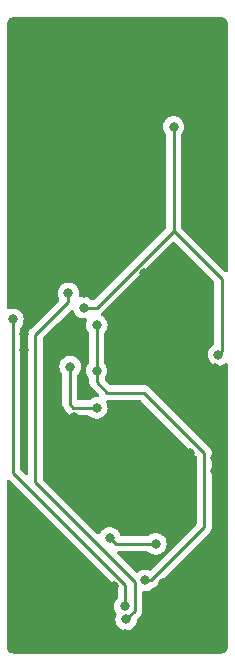
<source format=gbr>
%TF.GenerationSoftware,KiCad,Pcbnew,(6.0.7-1)-1*%
%TF.CreationDate,2022-09-21T15:36:28+10:00*%
%TF.ProjectId,open_jip,6f70656e-5f6a-4697-902e-6b696361645f,rev?*%
%TF.SameCoordinates,Original*%
%TF.FileFunction,Copper,L2,Bot*%
%TF.FilePolarity,Positive*%
%FSLAX46Y46*%
G04 Gerber Fmt 4.6, Leading zero omitted, Abs format (unit mm)*
G04 Created by KiCad (PCBNEW (6.0.7-1)-1) date 2022-09-21 15:36:28*
%MOMM*%
%LPD*%
G01*
G04 APERTURE LIST*
%TA.AperFunction,ViaPad*%
%ADD10C,0.800000*%
%TD*%
%TA.AperFunction,Conductor*%
%ADD11C,0.250000*%
%TD*%
G04 APERTURE END LIST*
D10*
%TO.N,GND*%
X98600000Y-95700000D03*
X109900000Y-105800000D03*
X110300000Y-92000000D03*
X113900000Y-107600000D03*
X110600000Y-106700000D03*
X111600000Y-81600000D03*
X111800000Y-110100000D03*
X111800000Y-107200000D03*
X109100000Y-79600000D03*
X97700000Y-98500000D03*
X102800000Y-93700000D03*
X110400000Y-78000000D03*
X112800000Y-101100000D03*
X107137500Y-94312500D03*
X105366192Y-118494799D03*
X111800000Y-108100000D03*
X106300000Y-122500000D03*
X109100000Y-92000000D03*
X103800000Y-91600000D03*
X102000000Y-104200000D03*
X97700000Y-97100000D03*
X100300000Y-98500000D03*
X109100000Y-81600000D03*
X100800000Y-103600000D03*
X109100000Y-78000000D03*
X101300000Y-118500000D03*
X112800000Y-100000000D03*
X105200000Y-122500000D03*
X113900000Y-100000000D03*
X100300000Y-100800000D03*
X113900000Y-108700000D03*
X107900000Y-92000000D03*
X109300000Y-106700000D03*
X109500000Y-118200000D03*
X113900000Y-101100000D03*
X108137500Y-94312500D03*
X100300000Y-99600000D03*
X102800000Y-92500000D03*
X113200000Y-106000000D03*
X102000000Y-105300000D03*
X101800000Y-91600000D03*
X111800000Y-109100000D03*
%TO.N,+3.3V*%
X110400000Y-79600000D03*
X101650000Y-99900000D03*
X103900000Y-103400000D03*
X102800000Y-94900000D03*
X114200000Y-98900000D03*
%TO.N,Net-(Q1-Pad2)*%
X108900000Y-114900000D03*
X105000000Y-114400000D03*
%TO.N,SCL*%
X106295759Y-120204241D03*
X96800000Y-95900000D03*
%TO.N,SDA*%
X101500000Y-93700000D03*
X106400000Y-121300000D03*
%TO.N,SHDN*%
X108000000Y-118000000D03*
X103887500Y-100250000D03*
X103900000Y-96400000D03*
%TD*%
D11*
%TO.N,+3.3V*%
X101600000Y-99950000D02*
X101600000Y-103100000D01*
X114500000Y-92500000D02*
X114500000Y-98600000D01*
X101600000Y-103100000D02*
X101900000Y-103400000D01*
X101650000Y-99900000D02*
X101600000Y-99950000D01*
X114500000Y-98600000D02*
X114200000Y-98900000D01*
X101900000Y-103400000D02*
X103900000Y-103400000D01*
X103900000Y-94900000D02*
X102800000Y-94900000D01*
X110400000Y-79600000D02*
X110400000Y-87600000D01*
X110400000Y-88400000D02*
X103900000Y-94900000D01*
X110400000Y-87600000D02*
X110400000Y-88400000D01*
X110400000Y-88400000D02*
X114500000Y-92500000D01*
%TO.N,Net-(Q1-Pad2)*%
X105500000Y-114900000D02*
X108900000Y-114900000D01*
X105000000Y-114400000D02*
X105500000Y-114900000D01*
%TO.N,SCL*%
X106300000Y-120200000D02*
X106300000Y-118400000D01*
X106300000Y-118400000D02*
X104800000Y-116900000D01*
X96800000Y-108900000D02*
X96800000Y-95900000D01*
X104800000Y-116900000D02*
X96800000Y-108900000D01*
X106295759Y-120204241D02*
X106300000Y-120200000D01*
%TO.N,SDA*%
X107100000Y-120600000D02*
X107100000Y-118100000D01*
X107100000Y-118100000D02*
X98700000Y-109700000D01*
X101500000Y-94400000D02*
X101500000Y-93700000D01*
X98700000Y-97200000D02*
X101500000Y-94400000D01*
X106400000Y-121300000D02*
X107100000Y-120600000D01*
X98700000Y-109700000D02*
X98700000Y-97200000D01*
%TO.N,SHDN*%
X104800000Y-102100000D02*
X103887500Y-101187500D01*
X103887500Y-101187500D02*
X103887500Y-100250000D01*
X103887500Y-100250000D02*
X103887500Y-96412500D01*
X103887500Y-96412500D02*
X103900000Y-96400000D01*
X108500000Y-118000000D02*
X113000000Y-113500000D01*
X113000000Y-113500000D02*
X113000000Y-107200000D01*
X108000000Y-118000000D02*
X108500000Y-118000000D01*
X107900000Y-102100000D02*
X104800000Y-102100000D01*
X113000000Y-107200000D02*
X107900000Y-102100000D01*
%TD*%
%TA.AperFunction,Conductor*%
%TO.N,GND*%
G36*
X110444032Y-89356038D02*
G01*
X110489095Y-89384999D01*
X113829595Y-92725499D01*
X113863621Y-92787811D01*
X113866500Y-92814594D01*
X113866500Y-97972181D01*
X113846498Y-98040302D01*
X113791749Y-98087288D01*
X113749278Y-98106197D01*
X113749276Y-98106198D01*
X113743248Y-98108882D01*
X113588747Y-98221134D01*
X113460960Y-98363056D01*
X113365473Y-98528444D01*
X113306458Y-98710072D01*
X113286496Y-98900000D01*
X113306458Y-99089928D01*
X113365473Y-99271556D01*
X113460960Y-99436944D01*
X113588747Y-99578866D01*
X113743248Y-99691118D01*
X113749276Y-99693802D01*
X113749278Y-99693803D01*
X113911681Y-99766109D01*
X113917712Y-99768794D01*
X114011112Y-99788647D01*
X114098056Y-99807128D01*
X114098061Y-99807128D01*
X114104513Y-99808500D01*
X114295487Y-99808500D01*
X114301939Y-99807128D01*
X114301944Y-99807128D01*
X114388887Y-99788647D01*
X114482288Y-99768794D01*
X114488319Y-99766109D01*
X114650722Y-99693803D01*
X114650724Y-99693802D01*
X114656752Y-99691118D01*
X114784333Y-99598425D01*
X114851199Y-99574567D01*
X114920351Y-99590647D01*
X114969831Y-99641561D01*
X114984393Y-99700361D01*
X114984393Y-123650633D01*
X114982893Y-123670018D01*
X114980583Y-123684851D01*
X114980583Y-123684855D01*
X114979202Y-123693724D01*
X114980366Y-123702626D01*
X114980366Y-123702631D01*
X114980382Y-123702750D01*
X114980653Y-123733187D01*
X114973659Y-123795261D01*
X114967380Y-123822769D01*
X114940407Y-123899853D01*
X114928165Y-123925274D01*
X114884718Y-123994420D01*
X114867126Y-124016479D01*
X114809377Y-124074228D01*
X114787323Y-124091816D01*
X114718168Y-124135269D01*
X114692752Y-124147508D01*
X114615664Y-124174482D01*
X114588157Y-124180761D01*
X114571717Y-124182613D01*
X114532624Y-124187017D01*
X114516975Y-124187800D01*
X114508044Y-124187691D01*
X114499173Y-124186309D01*
X114490270Y-124187473D01*
X114490264Y-124187473D01*
X114467603Y-124190436D01*
X114451267Y-124191500D01*
X96849367Y-124191500D01*
X96829982Y-124190000D01*
X96815148Y-124187690D01*
X96815145Y-124187690D01*
X96806276Y-124186309D01*
X96797374Y-124187473D01*
X96797250Y-124187489D01*
X96766808Y-124187760D01*
X96746130Y-124185430D01*
X96704736Y-124180766D01*
X96677229Y-124174487D01*
X96600147Y-124147515D01*
X96574726Y-124135273D01*
X96505574Y-124091822D01*
X96483515Y-124074230D01*
X96425770Y-124016485D01*
X96408178Y-123994426D01*
X96364727Y-123925274D01*
X96352485Y-123899853D01*
X96325513Y-123822772D01*
X96319234Y-123795266D01*
X96313170Y-123741451D01*
X96312888Y-123716640D01*
X96313576Y-123712552D01*
X96313729Y-123700000D01*
X96309773Y-123672376D01*
X96308500Y-123654514D01*
X96308500Y-109608594D01*
X96328502Y-109540473D01*
X96382158Y-109493980D01*
X96452432Y-109483876D01*
X96517012Y-109513370D01*
X96523595Y-109519499D01*
X105629595Y-118625499D01*
X105663621Y-118687811D01*
X105666500Y-118714594D01*
X105666500Y-119497006D01*
X105646498Y-119565127D01*
X105634137Y-119581316D01*
X105556719Y-119667297D01*
X105461232Y-119832685D01*
X105402217Y-120014313D01*
X105382255Y-120204241D01*
X105402217Y-120394169D01*
X105461232Y-120575797D01*
X105464535Y-120581519D01*
X105464536Y-120581520D01*
X105525846Y-120687711D01*
X105556719Y-120741185D01*
X105561139Y-120746094D01*
X105566672Y-120752239D01*
X105597389Y-120816247D01*
X105588625Y-120886701D01*
X105582156Y-120899548D01*
X105565473Y-120928444D01*
X105506458Y-121110072D01*
X105486496Y-121300000D01*
X105506458Y-121489928D01*
X105565473Y-121671556D01*
X105660960Y-121836944D01*
X105788747Y-121978866D01*
X105943248Y-122091118D01*
X105949276Y-122093802D01*
X105949278Y-122093803D01*
X106111681Y-122166109D01*
X106117712Y-122168794D01*
X106211113Y-122188647D01*
X106298056Y-122207128D01*
X106298061Y-122207128D01*
X106304513Y-122208500D01*
X106495487Y-122208500D01*
X106501939Y-122207128D01*
X106501944Y-122207128D01*
X106588887Y-122188647D01*
X106682288Y-122168794D01*
X106688319Y-122166109D01*
X106850722Y-122093803D01*
X106850724Y-122093802D01*
X106856752Y-122091118D01*
X107011253Y-121978866D01*
X107139040Y-121836944D01*
X107234527Y-121671556D01*
X107293542Y-121489928D01*
X107310907Y-121324706D01*
X107337920Y-121259050D01*
X107347122Y-121248782D01*
X107492247Y-121103657D01*
X107500537Y-121096113D01*
X107507018Y-121092000D01*
X107553659Y-121042332D01*
X107556413Y-121039491D01*
X107576134Y-121019770D01*
X107578612Y-121016575D01*
X107586318Y-121007553D01*
X107611158Y-120981101D01*
X107616586Y-120975321D01*
X107626346Y-120957568D01*
X107637199Y-120941045D01*
X107644753Y-120931306D01*
X107649613Y-120925041D01*
X107667176Y-120884457D01*
X107672383Y-120873827D01*
X107693695Y-120835060D01*
X107695666Y-120827383D01*
X107695668Y-120827378D01*
X107698732Y-120815442D01*
X107705138Y-120796730D01*
X107710034Y-120785417D01*
X107713181Y-120778145D01*
X107718258Y-120746094D01*
X107720097Y-120734481D01*
X107722504Y-120722860D01*
X107731528Y-120687711D01*
X107731528Y-120687710D01*
X107733500Y-120680030D01*
X107733500Y-120659769D01*
X107735051Y-120640058D01*
X107736979Y-120627885D01*
X107738219Y-120620057D01*
X107734059Y-120576046D01*
X107733500Y-120564189D01*
X107733500Y-119027748D01*
X107753502Y-118959627D01*
X107807158Y-118913134D01*
X107877432Y-118903030D01*
X107885694Y-118904501D01*
X107898049Y-118907127D01*
X107898058Y-118907128D01*
X107904513Y-118908500D01*
X108095487Y-118908500D01*
X108101939Y-118907128D01*
X108101944Y-118907128D01*
X108188888Y-118888647D01*
X108282288Y-118868794D01*
X108288319Y-118866109D01*
X108450722Y-118793803D01*
X108450724Y-118793802D01*
X108456752Y-118791118D01*
X108611253Y-118678866D01*
X108649642Y-118636231D01*
X108696898Y-118603389D01*
X108699914Y-118602195D01*
X108711142Y-118598351D01*
X108720384Y-118595666D01*
X108753593Y-118586018D01*
X108760412Y-118581985D01*
X108760417Y-118581983D01*
X108771028Y-118575707D01*
X108788776Y-118567012D01*
X108807617Y-118559552D01*
X108843387Y-118533564D01*
X108853307Y-118527048D01*
X108884535Y-118508580D01*
X108884538Y-118508578D01*
X108891362Y-118504542D01*
X108905683Y-118490221D01*
X108920717Y-118477380D01*
X108930694Y-118470131D01*
X108937107Y-118465472D01*
X108965298Y-118431395D01*
X108973288Y-118422616D01*
X113392253Y-114003652D01*
X113400539Y-113996112D01*
X113407018Y-113992000D01*
X113453644Y-113942348D01*
X113456398Y-113939507D01*
X113476135Y-113919770D01*
X113478615Y-113916573D01*
X113486320Y-113907551D01*
X113511159Y-113881100D01*
X113516586Y-113875321D01*
X113520405Y-113868375D01*
X113520407Y-113868372D01*
X113526348Y-113857566D01*
X113537199Y-113841047D01*
X113544758Y-113831301D01*
X113549614Y-113825041D01*
X113552759Y-113817772D01*
X113552762Y-113817768D01*
X113567174Y-113784463D01*
X113572391Y-113773813D01*
X113593695Y-113735060D01*
X113598733Y-113715437D01*
X113605137Y-113696734D01*
X113610033Y-113685420D01*
X113610033Y-113685419D01*
X113613181Y-113678145D01*
X113614420Y-113670322D01*
X113614423Y-113670312D01*
X113620099Y-113634476D01*
X113622505Y-113622856D01*
X113631528Y-113587711D01*
X113631528Y-113587710D01*
X113633500Y-113580030D01*
X113633500Y-113559776D01*
X113635051Y-113540065D01*
X113636980Y-113527886D01*
X113638220Y-113520057D01*
X113634059Y-113476038D01*
X113633500Y-113464181D01*
X113633500Y-107278767D01*
X113634027Y-107267584D01*
X113635702Y-107260091D01*
X113633562Y-107192014D01*
X113633500Y-107188055D01*
X113633500Y-107160144D01*
X113632995Y-107156144D01*
X113632062Y-107144301D01*
X113630922Y-107108029D01*
X113630673Y-107100110D01*
X113625022Y-107080658D01*
X113621014Y-107061306D01*
X113619467Y-107049063D01*
X113618474Y-107041203D01*
X113615556Y-107033832D01*
X113602200Y-107000097D01*
X113598355Y-106988870D01*
X113597721Y-106986687D01*
X113586018Y-106946407D01*
X113581984Y-106939585D01*
X113581981Y-106939579D01*
X113575706Y-106928968D01*
X113567010Y-106911218D01*
X113562472Y-106899756D01*
X113562469Y-106899751D01*
X113559552Y-106892383D01*
X113533573Y-106856625D01*
X113527057Y-106846707D01*
X113508575Y-106815457D01*
X113504542Y-106808637D01*
X113490218Y-106794313D01*
X113477376Y-106779278D01*
X113465472Y-106762893D01*
X113431406Y-106734711D01*
X113422627Y-106726722D01*
X108403652Y-101707747D01*
X108396112Y-101699461D01*
X108392000Y-101692982D01*
X108342348Y-101646356D01*
X108339507Y-101643602D01*
X108319770Y-101623865D01*
X108316573Y-101621385D01*
X108307551Y-101613680D01*
X108275321Y-101583414D01*
X108268375Y-101579595D01*
X108268372Y-101579593D01*
X108257566Y-101573652D01*
X108241047Y-101562801D01*
X108240583Y-101562441D01*
X108225041Y-101550386D01*
X108217772Y-101547241D01*
X108217768Y-101547238D01*
X108184463Y-101532826D01*
X108173813Y-101527609D01*
X108135060Y-101506305D01*
X108115437Y-101501267D01*
X108096734Y-101494863D01*
X108085420Y-101489967D01*
X108085419Y-101489967D01*
X108078145Y-101486819D01*
X108070322Y-101485580D01*
X108070312Y-101485577D01*
X108034476Y-101479901D01*
X108022856Y-101477495D01*
X107987711Y-101468472D01*
X107987710Y-101468472D01*
X107980030Y-101466500D01*
X107959776Y-101466500D01*
X107940065Y-101464949D01*
X107927886Y-101463020D01*
X107920057Y-101461780D01*
X107912165Y-101462526D01*
X107876039Y-101465941D01*
X107864181Y-101466500D01*
X105114595Y-101466500D01*
X105046474Y-101446498D01*
X105025499Y-101429595D01*
X104595628Y-100999723D01*
X104561603Y-100937411D01*
X104566668Y-100866595D01*
X104591087Y-100826318D01*
X104622125Y-100791847D01*
X104626540Y-100786944D01*
X104722027Y-100621556D01*
X104781042Y-100439928D01*
X104801004Y-100250000D01*
X104781042Y-100060072D01*
X104722027Y-99878444D01*
X104626540Y-99713056D01*
X104553363Y-99631785D01*
X104522647Y-99567779D01*
X104521000Y-99547476D01*
X104521000Y-97116407D01*
X104541002Y-97048286D01*
X104553364Y-97032097D01*
X104634621Y-96941852D01*
X104634622Y-96941851D01*
X104639040Y-96936944D01*
X104707193Y-96818900D01*
X104731223Y-96777279D01*
X104731224Y-96777278D01*
X104734527Y-96771556D01*
X104793542Y-96589928D01*
X104801080Y-96518213D01*
X104812814Y-96406565D01*
X104813504Y-96400000D01*
X104793542Y-96210072D01*
X104734527Y-96028444D01*
X104639040Y-95863056D01*
X104511253Y-95721134D01*
X104356752Y-95608882D01*
X104350724Y-95606198D01*
X104350722Y-95606197D01*
X104337598Y-95600354D01*
X104283502Y-95554373D01*
X104262853Y-95486446D01*
X104282206Y-95418138D01*
X104299752Y-95396152D01*
X104305683Y-95390221D01*
X104320717Y-95377380D01*
X104330694Y-95370131D01*
X104337107Y-95365472D01*
X104365298Y-95331395D01*
X104373288Y-95322616D01*
X110310905Y-89384999D01*
X110373217Y-89350973D01*
X110444032Y-89356038D01*
G37*
%TD.AperFunction*%
%TA.AperFunction,Conductor*%
G36*
X101845029Y-95055041D02*
G01*
X101901865Y-95097588D01*
X101920830Y-95134160D01*
X101965473Y-95271556D01*
X102060960Y-95436944D01*
X102188747Y-95578866D01*
X102343248Y-95691118D01*
X102349276Y-95693802D01*
X102349278Y-95693803D01*
X102511681Y-95766109D01*
X102517712Y-95768794D01*
X102611112Y-95788647D01*
X102698056Y-95807128D01*
X102698061Y-95807128D01*
X102704513Y-95808500D01*
X102895487Y-95808500D01*
X102901939Y-95807128D01*
X102901944Y-95807128D01*
X102957183Y-95795386D01*
X103027974Y-95800788D01*
X103084606Y-95843605D01*
X103109100Y-95910242D01*
X103092500Y-95981632D01*
X103065473Y-96028444D01*
X103006458Y-96210072D01*
X102986496Y-96400000D01*
X102987186Y-96406565D01*
X102998921Y-96518213D01*
X103006458Y-96589928D01*
X103065473Y-96771556D01*
X103068776Y-96777278D01*
X103068777Y-96777279D01*
X103092807Y-96818900D01*
X103160960Y-96936944D01*
X103221638Y-97004334D01*
X103252354Y-97068340D01*
X103254000Y-97088642D01*
X103254000Y-99547476D01*
X103233998Y-99615597D01*
X103221642Y-99631779D01*
X103148460Y-99713056D01*
X103052973Y-99878444D01*
X102993958Y-100060072D01*
X102973996Y-100250000D01*
X102993958Y-100439928D01*
X103052973Y-100621556D01*
X103148460Y-100786944D01*
X103221637Y-100868215D01*
X103252353Y-100932221D01*
X103254000Y-100952524D01*
X103254000Y-101108733D01*
X103253473Y-101119916D01*
X103251798Y-101127409D01*
X103252047Y-101135335D01*
X103252047Y-101135336D01*
X103253938Y-101195486D01*
X103254000Y-101199445D01*
X103254000Y-101227356D01*
X103254497Y-101231290D01*
X103254497Y-101231291D01*
X103254505Y-101231356D01*
X103255438Y-101243193D01*
X103256827Y-101287389D01*
X103262478Y-101306839D01*
X103266487Y-101326200D01*
X103269026Y-101346297D01*
X103271945Y-101353668D01*
X103271945Y-101353670D01*
X103285304Y-101387412D01*
X103289149Y-101398642D01*
X103299271Y-101433483D01*
X103301482Y-101441093D01*
X103305515Y-101447912D01*
X103305517Y-101447917D01*
X103311793Y-101458528D01*
X103320488Y-101476276D01*
X103327948Y-101495117D01*
X103332610Y-101501533D01*
X103332610Y-101501534D01*
X103353936Y-101530887D01*
X103360452Y-101540807D01*
X103382958Y-101578862D01*
X103397279Y-101593183D01*
X103410119Y-101608216D01*
X103422028Y-101624607D01*
X103428133Y-101629658D01*
X103428138Y-101629663D01*
X103456104Y-101652799D01*
X103464882Y-101660787D01*
X104080500Y-102276405D01*
X104114526Y-102338717D01*
X104109461Y-102409532D01*
X104066914Y-102466368D01*
X104000394Y-102491179D01*
X103991405Y-102491500D01*
X103804513Y-102491500D01*
X103798061Y-102492872D01*
X103798056Y-102492872D01*
X103711112Y-102511353D01*
X103617712Y-102531206D01*
X103611682Y-102533891D01*
X103611681Y-102533891D01*
X103449278Y-102606197D01*
X103449276Y-102606198D01*
X103443248Y-102608882D01*
X103288747Y-102721134D01*
X103284332Y-102726037D01*
X103279420Y-102730460D01*
X103278295Y-102729211D01*
X103224986Y-102762051D01*
X103191800Y-102766500D01*
X102359500Y-102766500D01*
X102291379Y-102746498D01*
X102244886Y-102692842D01*
X102233500Y-102640500D01*
X102233500Y-100658055D01*
X102253502Y-100589934D01*
X102265864Y-100573745D01*
X102384621Y-100441852D01*
X102384622Y-100441851D01*
X102389040Y-100436944D01*
X102484527Y-100271556D01*
X102543542Y-100089928D01*
X102563504Y-99900000D01*
X102543542Y-99710072D01*
X102484527Y-99528444D01*
X102389040Y-99363056D01*
X102261253Y-99221134D01*
X102106752Y-99108882D01*
X102100724Y-99106198D01*
X102100722Y-99106197D01*
X101938319Y-99033891D01*
X101938318Y-99033891D01*
X101932288Y-99031206D01*
X101838888Y-99011353D01*
X101751944Y-98992872D01*
X101751939Y-98992872D01*
X101745487Y-98991500D01*
X101554513Y-98991500D01*
X101548061Y-98992872D01*
X101548056Y-98992872D01*
X101461113Y-99011353D01*
X101367712Y-99031206D01*
X101361682Y-99033891D01*
X101361681Y-99033891D01*
X101199278Y-99106197D01*
X101199276Y-99106198D01*
X101193248Y-99108882D01*
X101038747Y-99221134D01*
X100910960Y-99363056D01*
X100815473Y-99528444D01*
X100756458Y-99710072D01*
X100736496Y-99900000D01*
X100756458Y-100089928D01*
X100815473Y-100271556D01*
X100910960Y-100436944D01*
X100915379Y-100441852D01*
X100915383Y-100441857D01*
X100934135Y-100462683D01*
X100964853Y-100526690D01*
X100966500Y-100546994D01*
X100966500Y-103021233D01*
X100965973Y-103032416D01*
X100964298Y-103039909D01*
X100964547Y-103047835D01*
X100964547Y-103047836D01*
X100966438Y-103107986D01*
X100966500Y-103111945D01*
X100966500Y-103139856D01*
X100966997Y-103143790D01*
X100966997Y-103143791D01*
X100967005Y-103143856D01*
X100967938Y-103155693D01*
X100969327Y-103199889D01*
X100974978Y-103219339D01*
X100978987Y-103238700D01*
X100981526Y-103258797D01*
X100984445Y-103266168D01*
X100984445Y-103266170D01*
X100997804Y-103299912D01*
X101001649Y-103311142D01*
X101013982Y-103353593D01*
X101018015Y-103360412D01*
X101018017Y-103360417D01*
X101024293Y-103371028D01*
X101032988Y-103388776D01*
X101040448Y-103407617D01*
X101045110Y-103414033D01*
X101045110Y-103414034D01*
X101066436Y-103443387D01*
X101072952Y-103453307D01*
X101095458Y-103491362D01*
X101101064Y-103496969D01*
X101109780Y-103505685D01*
X101122620Y-103520718D01*
X101134528Y-103537107D01*
X101140635Y-103542159D01*
X101168593Y-103565288D01*
X101177374Y-103573278D01*
X101396353Y-103792258D01*
X101403887Y-103800537D01*
X101408000Y-103807018D01*
X101457652Y-103853644D01*
X101460494Y-103856399D01*
X101480230Y-103876135D01*
X101483427Y-103878615D01*
X101492447Y-103886318D01*
X101524679Y-103916586D01*
X101531625Y-103920405D01*
X101531628Y-103920407D01*
X101542434Y-103926348D01*
X101558953Y-103937199D01*
X101574959Y-103949614D01*
X101582228Y-103952759D01*
X101582232Y-103952762D01*
X101615537Y-103967174D01*
X101626187Y-103972391D01*
X101664940Y-103993695D01*
X101672615Y-103995666D01*
X101672616Y-103995666D01*
X101684562Y-103998733D01*
X101703267Y-104005137D01*
X101721855Y-104013181D01*
X101729678Y-104014420D01*
X101729688Y-104014423D01*
X101765524Y-104020099D01*
X101777144Y-104022505D01*
X101812289Y-104031528D01*
X101819970Y-104033500D01*
X101840224Y-104033500D01*
X101859934Y-104035051D01*
X101879943Y-104038220D01*
X101887835Y-104037474D01*
X101923961Y-104034059D01*
X101935819Y-104033500D01*
X103191800Y-104033500D01*
X103259921Y-104053502D01*
X103279147Y-104069843D01*
X103279420Y-104069540D01*
X103284332Y-104073963D01*
X103288747Y-104078866D01*
X103443248Y-104191118D01*
X103449276Y-104193802D01*
X103449278Y-104193803D01*
X103611681Y-104266109D01*
X103617712Y-104268794D01*
X103711112Y-104288647D01*
X103798056Y-104307128D01*
X103798061Y-104307128D01*
X103804513Y-104308500D01*
X103995487Y-104308500D01*
X104001939Y-104307128D01*
X104001944Y-104307128D01*
X104088888Y-104288647D01*
X104182288Y-104268794D01*
X104188319Y-104266109D01*
X104350722Y-104193803D01*
X104350724Y-104193802D01*
X104356752Y-104191118D01*
X104511253Y-104078866D01*
X104547851Y-104038220D01*
X104634621Y-103941852D01*
X104634622Y-103941851D01*
X104639040Y-103936944D01*
X104734527Y-103771556D01*
X104793542Y-103589928D01*
X104813504Y-103400000D01*
X104809344Y-103360417D01*
X104794232Y-103216635D01*
X104794232Y-103216633D01*
X104793542Y-103210072D01*
X104734527Y-103028444D01*
X104675635Y-102926440D01*
X104658897Y-102857445D01*
X104682117Y-102790353D01*
X104737925Y-102746466D01*
X104780020Y-102739035D01*
X104779943Y-102738220D01*
X104823962Y-102734059D01*
X104835819Y-102733500D01*
X107585406Y-102733500D01*
X107653527Y-102753502D01*
X107674501Y-102770405D01*
X112329595Y-107425499D01*
X112363621Y-107487811D01*
X112366500Y-107514594D01*
X112366500Y-113185406D01*
X112346498Y-113253527D01*
X112329595Y-113274501D01*
X108475405Y-117128690D01*
X108413093Y-117162716D01*
X108342277Y-117157651D01*
X108335061Y-117154702D01*
X108288319Y-117133891D01*
X108288318Y-117133891D01*
X108282288Y-117131206D01*
X108188888Y-117111353D01*
X108101944Y-117092872D01*
X108101939Y-117092872D01*
X108095487Y-117091500D01*
X107904513Y-117091500D01*
X107898061Y-117092872D01*
X107898056Y-117092872D01*
X107811112Y-117111353D01*
X107717712Y-117131206D01*
X107711682Y-117133891D01*
X107711681Y-117133891D01*
X107549278Y-117206197D01*
X107549276Y-117206198D01*
X107543248Y-117208882D01*
X107388747Y-117321134D01*
X107386605Y-117323513D01*
X107323739Y-117353687D01*
X107253285Y-117344927D01*
X107214334Y-117318430D01*
X105644499Y-115748595D01*
X105610473Y-115686283D01*
X105615538Y-115615468D01*
X105658085Y-115558632D01*
X105724605Y-115533821D01*
X105733594Y-115533500D01*
X108191800Y-115533500D01*
X108259921Y-115553502D01*
X108279147Y-115569843D01*
X108279420Y-115569540D01*
X108284332Y-115573963D01*
X108288747Y-115578866D01*
X108443248Y-115691118D01*
X108449276Y-115693802D01*
X108449278Y-115693803D01*
X108572344Y-115748595D01*
X108617712Y-115768794D01*
X108711113Y-115788647D01*
X108798056Y-115807128D01*
X108798061Y-115807128D01*
X108804513Y-115808500D01*
X108995487Y-115808500D01*
X109001939Y-115807128D01*
X109001944Y-115807128D01*
X109088887Y-115788647D01*
X109182288Y-115768794D01*
X109227656Y-115748595D01*
X109350722Y-115693803D01*
X109350724Y-115693802D01*
X109356752Y-115691118D01*
X109511253Y-115578866D01*
X109639040Y-115436944D01*
X109734527Y-115271556D01*
X109793542Y-115089928D01*
X109813504Y-114900000D01*
X109793542Y-114710072D01*
X109734527Y-114528444D01*
X109639040Y-114363056D01*
X109511253Y-114221134D01*
X109356752Y-114108882D01*
X109350724Y-114106198D01*
X109350722Y-114106197D01*
X109188319Y-114033891D01*
X109188318Y-114033891D01*
X109182288Y-114031206D01*
X109088888Y-114011353D01*
X109001944Y-113992872D01*
X109001939Y-113992872D01*
X108995487Y-113991500D01*
X108804513Y-113991500D01*
X108798061Y-113992872D01*
X108798056Y-113992872D01*
X108711112Y-114011353D01*
X108617712Y-114031206D01*
X108611682Y-114033891D01*
X108611681Y-114033891D01*
X108449278Y-114106197D01*
X108449276Y-114106198D01*
X108443248Y-114108882D01*
X108288747Y-114221134D01*
X108284332Y-114226037D01*
X108279420Y-114230460D01*
X108278295Y-114229211D01*
X108224986Y-114262051D01*
X108191800Y-114266500D01*
X106003421Y-114266500D01*
X105935300Y-114246498D01*
X105888807Y-114192842D01*
X105883588Y-114179437D01*
X105836568Y-114034726D01*
X105834527Y-114028444D01*
X105813990Y-113992872D01*
X105769943Y-113916581D01*
X105739040Y-113863056D01*
X105658676Y-113773802D01*
X105615675Y-113726045D01*
X105615674Y-113726044D01*
X105611253Y-113721134D01*
X105483907Y-113628611D01*
X105462094Y-113612763D01*
X105462093Y-113612762D01*
X105456752Y-113608882D01*
X105450724Y-113606198D01*
X105450722Y-113606197D01*
X105288319Y-113533891D01*
X105288318Y-113533891D01*
X105282288Y-113531206D01*
X105188888Y-113511353D01*
X105101944Y-113492872D01*
X105101939Y-113492872D01*
X105095487Y-113491500D01*
X104904513Y-113491500D01*
X104898061Y-113492872D01*
X104898056Y-113492872D01*
X104811112Y-113511353D01*
X104717712Y-113531206D01*
X104711682Y-113533891D01*
X104711681Y-113533891D01*
X104549278Y-113606197D01*
X104549276Y-113606198D01*
X104543248Y-113608882D01*
X104537907Y-113612762D01*
X104537906Y-113612763D01*
X104516093Y-113628611D01*
X104388747Y-113721134D01*
X104384326Y-113726044D01*
X104384325Y-113726045D01*
X104341325Y-113773802D01*
X104260960Y-113863056D01*
X104165473Y-114028444D01*
X104165035Y-114029791D01*
X104120306Y-114082421D01*
X104052380Y-114103074D01*
X103984071Y-114083725D01*
X103962079Y-114066175D01*
X99370405Y-109474500D01*
X99336379Y-109412188D01*
X99333500Y-109385405D01*
X99333500Y-97514594D01*
X99353502Y-97446473D01*
X99370405Y-97425499D01*
X100592110Y-96203794D01*
X101711904Y-95084001D01*
X101774214Y-95049976D01*
X101845029Y-95055041D01*
G37*
%TD.AperFunction*%
%TA.AperFunction,Conductor*%
G36*
X114462915Y-70317107D02*
G01*
X114477748Y-70319417D01*
X114477752Y-70319417D01*
X114486621Y-70320798D01*
X114495646Y-70319618D01*
X114526081Y-70319346D01*
X114588158Y-70326340D01*
X114615664Y-70332618D01*
X114692752Y-70359592D01*
X114718168Y-70371831D01*
X114787325Y-70415286D01*
X114809380Y-70432875D01*
X114867125Y-70490620D01*
X114884714Y-70512675D01*
X114928169Y-70581832D01*
X114940408Y-70607248D01*
X114967382Y-70684336D01*
X114973661Y-70711844D01*
X114979912Y-70767325D01*
X114979245Y-70782964D01*
X114980694Y-70782982D01*
X114980584Y-70791953D01*
X114979202Y-70800827D01*
X114980366Y-70809730D01*
X114980366Y-70809737D01*
X114983329Y-70832397D01*
X114984393Y-70848733D01*
X114984393Y-91784299D01*
X114964391Y-91852420D01*
X114910735Y-91898913D01*
X114840461Y-91909017D01*
X114775881Y-91879523D01*
X114769298Y-91873394D01*
X111070405Y-88174500D01*
X111036379Y-88112188D01*
X111033500Y-88085405D01*
X111033500Y-80302524D01*
X111053502Y-80234403D01*
X111065858Y-80218221D01*
X111139040Y-80136944D01*
X111234527Y-79971556D01*
X111293542Y-79789928D01*
X111313504Y-79600000D01*
X111293542Y-79410072D01*
X111234527Y-79228444D01*
X111139040Y-79063056D01*
X111011253Y-78921134D01*
X110856752Y-78808882D01*
X110850724Y-78806198D01*
X110850722Y-78806197D01*
X110688319Y-78733891D01*
X110688318Y-78733891D01*
X110682288Y-78731206D01*
X110588887Y-78711353D01*
X110501944Y-78692872D01*
X110501939Y-78692872D01*
X110495487Y-78691500D01*
X110304513Y-78691500D01*
X110298061Y-78692872D01*
X110298056Y-78692872D01*
X110211113Y-78711353D01*
X110117712Y-78731206D01*
X110111682Y-78733891D01*
X110111681Y-78733891D01*
X109949278Y-78806197D01*
X109949276Y-78806198D01*
X109943248Y-78808882D01*
X109788747Y-78921134D01*
X109660960Y-79063056D01*
X109565473Y-79228444D01*
X109506458Y-79410072D01*
X109486496Y-79600000D01*
X109506458Y-79789928D01*
X109565473Y-79971556D01*
X109660960Y-80136944D01*
X109734137Y-80218215D01*
X109764853Y-80282221D01*
X109766500Y-80302524D01*
X109766500Y-88085405D01*
X109746498Y-88153526D01*
X109729595Y-88174500D01*
X103674500Y-94229595D01*
X103612188Y-94263621D01*
X103585405Y-94266500D01*
X103508200Y-94266500D01*
X103440079Y-94246498D01*
X103420853Y-94230157D01*
X103420580Y-94230460D01*
X103415668Y-94226037D01*
X103411253Y-94221134D01*
X103256752Y-94108882D01*
X103250724Y-94106198D01*
X103250722Y-94106197D01*
X103088319Y-94033891D01*
X103088318Y-94033891D01*
X103082288Y-94031206D01*
X102988887Y-94011353D01*
X102901944Y-93992872D01*
X102901939Y-93992872D01*
X102895487Y-93991500D01*
X102704513Y-93991500D01*
X102698061Y-93992872D01*
X102698056Y-93992872D01*
X102611500Y-94011271D01*
X102545150Y-94025374D01*
X102474360Y-94019972D01*
X102417728Y-93977155D01*
X102393234Y-93910518D01*
X102393644Y-93888957D01*
X102412814Y-93706565D01*
X102413504Y-93700000D01*
X102393542Y-93510072D01*
X102334527Y-93328444D01*
X102239040Y-93163056D01*
X102111253Y-93021134D01*
X101956752Y-92908882D01*
X101950724Y-92906198D01*
X101950722Y-92906197D01*
X101788319Y-92833891D01*
X101788318Y-92833891D01*
X101782288Y-92831206D01*
X101688887Y-92811353D01*
X101601944Y-92792872D01*
X101601939Y-92792872D01*
X101595487Y-92791500D01*
X101404513Y-92791500D01*
X101398061Y-92792872D01*
X101398056Y-92792872D01*
X101311112Y-92811353D01*
X101217712Y-92831206D01*
X101211682Y-92833891D01*
X101211681Y-92833891D01*
X101049278Y-92906197D01*
X101049276Y-92906198D01*
X101043248Y-92908882D01*
X100888747Y-93021134D01*
X100760960Y-93163056D01*
X100665473Y-93328444D01*
X100606458Y-93510072D01*
X100586496Y-93700000D01*
X100606458Y-93889928D01*
X100665473Y-94071556D01*
X100668776Y-94077278D01*
X100668777Y-94077279D01*
X100714885Y-94157140D01*
X100731623Y-94226135D01*
X100708403Y-94293227D01*
X100694861Y-94309235D01*
X99494416Y-95509679D01*
X98307747Y-96696348D01*
X98299461Y-96703888D01*
X98292982Y-96708000D01*
X98287557Y-96713777D01*
X98246357Y-96757651D01*
X98243602Y-96760493D01*
X98223865Y-96780230D01*
X98221385Y-96783427D01*
X98213682Y-96792447D01*
X98183414Y-96824679D01*
X98179595Y-96831625D01*
X98179593Y-96831628D01*
X98173652Y-96842434D01*
X98162801Y-96858953D01*
X98150386Y-96874959D01*
X98147241Y-96882228D01*
X98147238Y-96882232D01*
X98132826Y-96915537D01*
X98127609Y-96926187D01*
X98106305Y-96964940D01*
X98104334Y-96972615D01*
X98104334Y-96972616D01*
X98101267Y-96984562D01*
X98094863Y-97003266D01*
X98086819Y-97021855D01*
X98085580Y-97029678D01*
X98085577Y-97029688D01*
X98079901Y-97065524D01*
X98077495Y-97077144D01*
X98066500Y-97119970D01*
X98066500Y-97140224D01*
X98064949Y-97159934D01*
X98061780Y-97179943D01*
X98062526Y-97187835D01*
X98065941Y-97223961D01*
X98066500Y-97235819D01*
X98066500Y-108966405D01*
X98046498Y-109034526D01*
X97992842Y-109081019D01*
X97922568Y-109091123D01*
X97857988Y-109061629D01*
X97851405Y-109055500D01*
X97470405Y-108674500D01*
X97436379Y-108612188D01*
X97433500Y-108585405D01*
X97433500Y-96602524D01*
X97453502Y-96534403D01*
X97465858Y-96518221D01*
X97539040Y-96436944D01*
X97634527Y-96271556D01*
X97693542Y-96089928D01*
X97713504Y-95900000D01*
X97693542Y-95710072D01*
X97634527Y-95528444D01*
X97539040Y-95363056D01*
X97510533Y-95331395D01*
X97415675Y-95226045D01*
X97415674Y-95226044D01*
X97411253Y-95221134D01*
X97256752Y-95108882D01*
X97250724Y-95106198D01*
X97250722Y-95106197D01*
X97088319Y-95033891D01*
X97088318Y-95033891D01*
X97082288Y-95031206D01*
X96988888Y-95011353D01*
X96901944Y-94992872D01*
X96901939Y-94992872D01*
X96895487Y-94991500D01*
X96704513Y-94991500D01*
X96698061Y-94992872D01*
X96698056Y-94992872D01*
X96611112Y-95011353D01*
X96517712Y-95031206D01*
X96485748Y-95045437D01*
X96415382Y-95054871D01*
X96351085Y-95024765D01*
X96313272Y-94964676D01*
X96308500Y-94930330D01*
X96308500Y-70902115D01*
X96310000Y-70882731D01*
X96319417Y-70822252D01*
X96319417Y-70822248D01*
X96320798Y-70813379D01*
X96319618Y-70804354D01*
X96319346Y-70773916D01*
X96320871Y-70760386D01*
X96326340Y-70711842D01*
X96332618Y-70684336D01*
X96359592Y-70607248D01*
X96371831Y-70581832D01*
X96415286Y-70512675D01*
X96432875Y-70490620D01*
X96490620Y-70432875D01*
X96512675Y-70415286D01*
X96581832Y-70371831D01*
X96607248Y-70359592D01*
X96684336Y-70332618D01*
X96711841Y-70326340D01*
X96767327Y-70320088D01*
X96782964Y-70320755D01*
X96782982Y-70319306D01*
X96791953Y-70319416D01*
X96800827Y-70320798D01*
X96809730Y-70319634D01*
X96809737Y-70319634D01*
X96832397Y-70316671D01*
X96848733Y-70315607D01*
X114443530Y-70315607D01*
X114462915Y-70317107D01*
G37*
%TD.AperFunction*%
%TD*%
M02*

</source>
